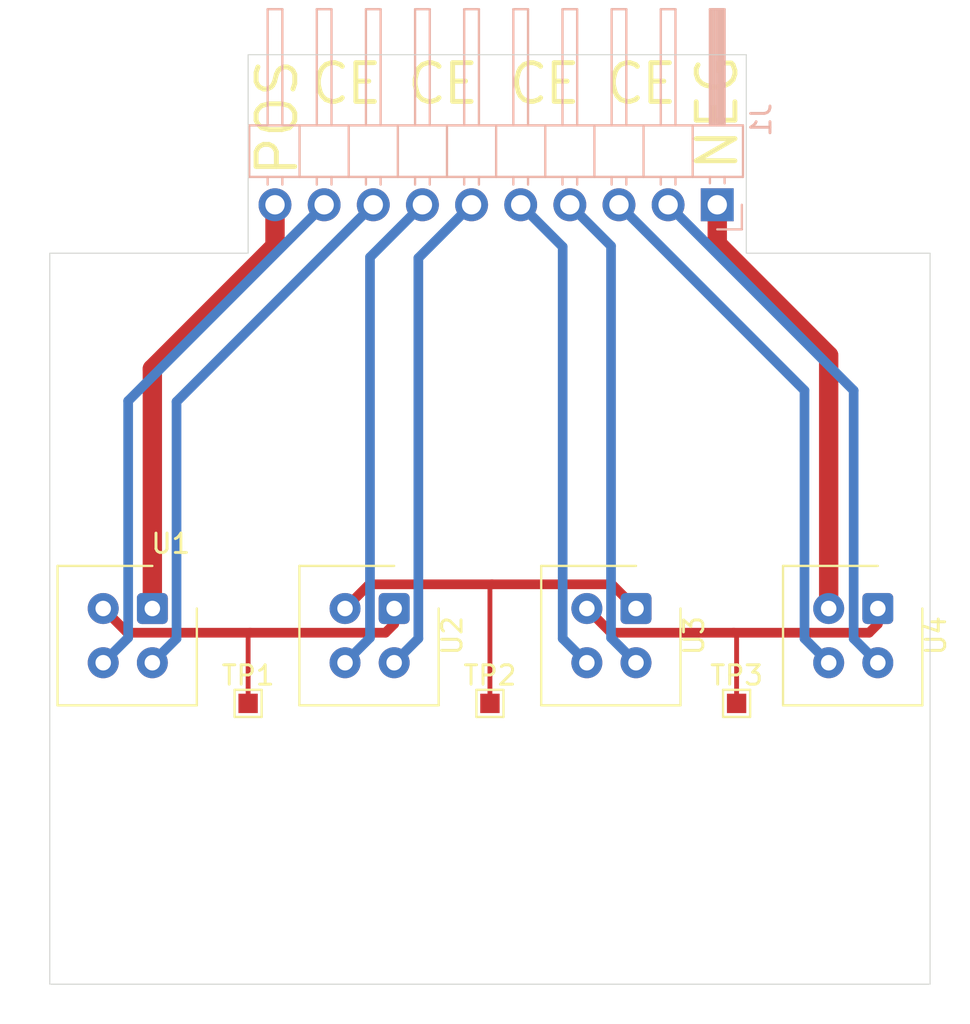
<source format=kicad_pcb>
(kicad_pcb (version 20171130) (host pcbnew "(5.1.7)-1")

  (general
    (thickness 1.6)
    (drawings 24)
    (tracks 50)
    (zones 0)
    (modules 14)
    (nets 14)
  )

  (page A4)
  (layers
    (0 F.Cu signal)
    (31 B.Cu signal)
    (32 B.Adhes user)
    (33 F.Adhes user)
    (34 B.Paste user)
    (35 F.Paste user)
    (36 B.SilkS user)
    (37 F.SilkS user)
    (38 B.Mask user)
    (39 F.Mask user)
    (40 Dwgs.User user)
    (41 Cmts.User user)
    (42 Eco1.User user)
    (43 Eco2.User user)
    (44 Edge.Cuts user)
    (45 Margin user)
    (46 B.CrtYd user)
    (47 F.CrtYd user)
    (48 B.Fab user hide)
    (49 F.Fab user hide)
  )

  (setup
    (last_trace_width 0.25)
    (user_trace_width 0.5)
    (user_trace_width 0.75)
    (user_trace_width 1)
    (trace_clearance 0.2)
    (zone_clearance 0.508)
    (zone_45_only no)
    (trace_min 0.2)
    (via_size 0.8)
    (via_drill 0.4)
    (via_min_size 0.4)
    (via_min_drill 0.3)
    (uvia_size 0.3)
    (uvia_drill 0.1)
    (uvias_allowed no)
    (uvia_min_size 0.2)
    (uvia_min_drill 0.1)
    (edge_width 0.05)
    (segment_width 0.2)
    (pcb_text_width 0.3)
    (pcb_text_size 1.5 1.5)
    (mod_edge_width 0.12)
    (mod_text_size 1 1)
    (mod_text_width 0.15)
    (pad_size 1.524 1.524)
    (pad_drill 0.762)
    (pad_to_mask_clearance 0)
    (aux_axis_origin 0 0)
    (visible_elements 7FFFFFFF)
    (pcbplotparams
      (layerselection 0x010fc_ffffffff)
      (usegerberextensions false)
      (usegerberattributes true)
      (usegerberadvancedattributes true)
      (creategerberjobfile true)
      (excludeedgelayer true)
      (linewidth 0.100000)
      (plotframeref false)
      (viasonmask false)
      (mode 1)
      (useauxorigin false)
      (hpglpennumber 1)
      (hpglpenspeed 20)
      (hpglpendiameter 15.000000)
      (psnegative false)
      (psa4output false)
      (plotreference true)
      (plotvalue true)
      (plotinvisibletext false)
      (padsonsilk false)
      (subtractmaskfromsilk false)
      (outputformat 1)
      (mirror false)
      (drillshape 1)
      (scaleselection 1)
      (outputdirectory ""))
  )

  (net 0 "")
  (net 1 /NEG)
  (net 2 /POS)
  (net 3 /E4)
  (net 4 /C4)
  (net 5 /E3)
  (net 6 /C3)
  (net 7 /E2)
  (net 8 /C2)
  (net 9 /E1)
  (net 10 /C1)
  (net 11 "Net-(TP1-Pad1)")
  (net 12 "Net-(TP2-Pad1)")
  (net 13 "Net-(TP3-Pad1)")

  (net_class Default "This is the default net class."
    (clearance 0.2)
    (trace_width 0.25)
    (via_dia 0.8)
    (via_drill 0.4)
    (uvia_dia 0.3)
    (uvia_drill 0.1)
    (add_net /C1)
    (add_net /C2)
    (add_net /C3)
    (add_net /C4)
    (add_net /E1)
    (add_net /E2)
    (add_net /E3)
    (add_net /E4)
    (add_net /NEG)
    (add_net /POS)
    (add_net "Net-(TP1-Pad1)")
    (add_net "Net-(TP2-Pad1)")
    (add_net "Net-(TP3-Pad1)")
  )

  (module TestPoint:TestPoint_Pad_1.0x1.0mm (layer F.Cu) (tedit 5A0F774F) (tstamp 603B420D)
    (at 188 123.5)
    (descr "SMD rectangular pad as test Point, square 1.0mm side length")
    (tags "test point SMD pad rectangle square")
    (path /603B8F77)
    (attr virtual)
    (fp_text reference TP3 (at 0 -1.448) (layer F.SilkS)
      (effects (font (size 1 1) (thickness 0.15)))
    )
    (fp_text value TestPoint (at 0 1.55) (layer F.Fab)
      (effects (font (size 1 1) (thickness 0.15)))
    )
    (fp_text user %R (at 0 -1.45) (layer F.Fab)
      (effects (font (size 1 1) (thickness 0.15)))
    )
    (fp_line (start -0.7 -0.7) (end 0.7 -0.7) (layer F.SilkS) (width 0.12))
    (fp_line (start 0.7 -0.7) (end 0.7 0.7) (layer F.SilkS) (width 0.12))
    (fp_line (start 0.7 0.7) (end -0.7 0.7) (layer F.SilkS) (width 0.12))
    (fp_line (start -0.7 0.7) (end -0.7 -0.7) (layer F.SilkS) (width 0.12))
    (fp_line (start -1 -1) (end 1 -1) (layer F.CrtYd) (width 0.05))
    (fp_line (start -1 -1) (end -1 1) (layer F.CrtYd) (width 0.05))
    (fp_line (start 1 1) (end 1 -1) (layer F.CrtYd) (width 0.05))
    (fp_line (start 1 1) (end -1 1) (layer F.CrtYd) (width 0.05))
    (pad 1 smd rect (at 0 0) (size 1 1) (layers F.Cu F.Mask)
      (net 13 "Net-(TP3-Pad1)"))
  )

  (module TestPoint:TestPoint_Pad_1.0x1.0mm (layer F.Cu) (tedit 5A0F774F) (tstamp 603B41FF)
    (at 175.25 123.5)
    (descr "SMD rectangular pad as test Point, square 1.0mm side length")
    (tags "test point SMD pad rectangle square")
    (path /603B8AC1)
    (attr virtual)
    (fp_text reference TP2 (at 0 -1.448) (layer F.SilkS)
      (effects (font (size 1 1) (thickness 0.15)))
    )
    (fp_text value TestPoint (at 0 1.55) (layer F.Fab)
      (effects (font (size 1 1) (thickness 0.15)))
    )
    (fp_text user %R (at 0 -1.45) (layer F.Fab)
      (effects (font (size 1 1) (thickness 0.15)))
    )
    (fp_line (start -0.7 -0.7) (end 0.7 -0.7) (layer F.SilkS) (width 0.12))
    (fp_line (start 0.7 -0.7) (end 0.7 0.7) (layer F.SilkS) (width 0.12))
    (fp_line (start 0.7 0.7) (end -0.7 0.7) (layer F.SilkS) (width 0.12))
    (fp_line (start -0.7 0.7) (end -0.7 -0.7) (layer F.SilkS) (width 0.12))
    (fp_line (start -1 -1) (end 1 -1) (layer F.CrtYd) (width 0.05))
    (fp_line (start -1 -1) (end -1 1) (layer F.CrtYd) (width 0.05))
    (fp_line (start 1 1) (end 1 -1) (layer F.CrtYd) (width 0.05))
    (fp_line (start 1 1) (end -1 1) (layer F.CrtYd) (width 0.05))
    (pad 1 smd rect (at 0 0) (size 1 1) (layers F.Cu F.Mask)
      (net 12 "Net-(TP2-Pad1)"))
  )

  (module TestPoint:TestPoint_Pad_1.0x1.0mm (layer F.Cu) (tedit 5A0F774F) (tstamp 603B41F1)
    (at 162.75 123.5)
    (descr "SMD rectangular pad as test Point, square 1.0mm side length")
    (tags "test point SMD pad rectangle square")
    (path /603B7DCD)
    (attr virtual)
    (fp_text reference TP1 (at 0 -1.448) (layer F.SilkS)
      (effects (font (size 1 1) (thickness 0.15)))
    )
    (fp_text value TestPoint (at 0 1.55) (layer F.Fab)
      (effects (font (size 1 1) (thickness 0.15)))
    )
    (fp_text user %R (at 0 -1.45) (layer F.Fab)
      (effects (font (size 1 1) (thickness 0.15)))
    )
    (fp_line (start -0.7 -0.7) (end 0.7 -0.7) (layer F.SilkS) (width 0.12))
    (fp_line (start 0.7 -0.7) (end 0.7 0.7) (layer F.SilkS) (width 0.12))
    (fp_line (start 0.7 0.7) (end -0.7 0.7) (layer F.SilkS) (width 0.12))
    (fp_line (start -0.7 0.7) (end -0.7 -0.7) (layer F.SilkS) (width 0.12))
    (fp_line (start -1 -1) (end 1 -1) (layer F.CrtYd) (width 0.05))
    (fp_line (start -1 -1) (end -1 1) (layer F.CrtYd) (width 0.05))
    (fp_line (start 1 1) (end 1 -1) (layer F.CrtYd) (width 0.05))
    (fp_line (start 1 1) (end -1 1) (layer F.CrtYd) (width 0.05))
    (pad 1 smd rect (at 0 0) (size 1 1) (layers F.Cu F.Mask)
      (net 11 "Net-(TP1-Pad1)"))
  )

  (module OptoDevice:Vishay_CNY70 (layer F.Cu) (tedit 5B8AF8E9) (tstamp 603B1EC3)
    (at 195.3 118.6 270)
    (descr "package for Vishay CNY70 refective photo coupler/interrupter")
    (tags "Vishay CNY70 refective photo coupler")
    (path /603B62E7)
    (fp_text reference U4 (at 1.4 -3 90) (layer F.SilkS)
      (effects (font (size 1 1) (thickness 0.15)))
    )
    (fp_text value CNY70 (at 1.4 5.8 90) (layer F.Fab)
      (effects (font (size 1 1) (thickness 0.15)))
    )
    (fp_line (start 5.15 5.05) (end -2.35 5.05) (layer F.CrtYd) (width 0.05))
    (fp_line (start 5.15 5.05) (end 5.15 -2.45) (layer F.CrtYd) (width 0.05))
    (fp_line (start -2.35 -2.45) (end -2.35 5.05) (layer F.CrtYd) (width 0.05))
    (fp_line (start -2.35 -2.45) (end 5.15 -2.45) (layer F.CrtYd) (width 0.05))
    (fp_line (start -1.1 -2.2) (end 4.9 -2.2) (layer F.Fab) (width 0.1))
    (fp_line (start 4.9 -2.2) (end 4.9 4.8) (layer F.Fab) (width 0.1))
    (fp_line (start 4.9 4.8) (end -2.1 4.8) (layer F.Fab) (width 0.1))
    (fp_line (start -2.1 4.8) (end -2.1 -1.2) (layer F.Fab) (width 0.1))
    (fp_line (start -2.1 -1.2) (end -1.1 -2.2) (layer F.Fab) (width 0.1))
    (fp_line (start 1.2 -2.2) (end 1.2 -1.9) (layer F.Fab) (width 0.1))
    (fp_line (start 1.2 -1.9) (end 1.6 -1.9) (layer F.Fab) (width 0.1))
    (fp_line (start 1.6 -1.9) (end 1.6 -2.2) (layer F.Fab) (width 0.1))
    (fp_line (start 1.6 4.8) (end 1.6 4.5) (layer F.Fab) (width 0.1))
    (fp_line (start 1.6 4.5) (end 1.2 4.5) (layer F.Fab) (width 0.1))
    (fp_line (start 1.2 4.5) (end 1.2 4.8) (layer F.Fab) (width 0.1))
    (fp_line (start 3.9 3.9) (end 3.9 -1.2) (layer F.Fab) (width 0.1))
    (fp_line (start 3.9 -1.2) (end -1.1 -1.2) (layer F.Fab) (width 0.1))
    (fp_line (start -1.1 -1.2) (end -1.1 3.9) (layer F.Fab) (width 0.1))
    (fp_line (start -1.1 3.9) (end 3.9 3.9) (layer F.Fab) (width 0.1))
    (fp_line (start 5 -2.3) (end 0 -2.3) (layer F.SilkS) (width 0.12))
    (fp_line (start -2.2 0) (end -2.2 4.9) (layer F.SilkS) (width 0.12))
    (fp_line (start -2.2 4.9) (end 5 4.9) (layer F.SilkS) (width 0.12))
    (fp_line (start 5 4.9) (end 5 -2.3) (layer F.SilkS) (width 0.12))
    (fp_text user %R (at 1.5 1.4 90) (layer F.Fab)
      (effects (font (size 1 1) (thickness 0.15)))
    )
    (pad 1 thru_hole roundrect (at 0 0 270) (size 1.6 1.6) (drill 0.8) (layers *.Cu *.Mask) (roundrect_rratio 0.156)
      (net 13 "Net-(TP3-Pad1)"))
    (pad 2 thru_hole circle (at 0 2.54 270) (size 1.6 1.6) (drill 0.8) (layers *.Cu *.Mask)
      (net 1 /NEG))
    (pad 3 thru_hole circle (at 2.8 2.54 270) (size 1.6 1.6) (drill 0.8) (layers *.Cu *.Mask)
      (net 4 /C4))
    (pad 4 thru_hole circle (at 2.8 0 270) (size 1.6 1.6) (drill 0.8) (layers *.Cu *.Mask)
      (net 3 /E4))
    (model ${KISYS3DMOD}/OptoDevice.3dshapes/Vishay_CNY70.wrl
      (at (xyz 0 0 0))
      (scale (xyz 1 1 1))
      (rotate (xyz 0 0 0))
    )
  )

  (module OptoDevice:Vishay_CNY70 (layer F.Cu) (tedit 5B8AF8E9) (tstamp 603B1EA3)
    (at 182.8 118.6 270)
    (descr "package for Vishay CNY70 refective photo coupler/interrupter")
    (tags "Vishay CNY70 refective photo coupler")
    (path /603B5856)
    (fp_text reference U3 (at 1.4 -3 90) (layer F.SilkS)
      (effects (font (size 1 1) (thickness 0.15)))
    )
    (fp_text value CNY70 (at 1.4 5.8 90) (layer F.Fab)
      (effects (font (size 1 1) (thickness 0.15)))
    )
    (fp_line (start 5.15 5.05) (end -2.35 5.05) (layer F.CrtYd) (width 0.05))
    (fp_line (start 5.15 5.05) (end 5.15 -2.45) (layer F.CrtYd) (width 0.05))
    (fp_line (start -2.35 -2.45) (end -2.35 5.05) (layer F.CrtYd) (width 0.05))
    (fp_line (start -2.35 -2.45) (end 5.15 -2.45) (layer F.CrtYd) (width 0.05))
    (fp_line (start -1.1 -2.2) (end 4.9 -2.2) (layer F.Fab) (width 0.1))
    (fp_line (start 4.9 -2.2) (end 4.9 4.8) (layer F.Fab) (width 0.1))
    (fp_line (start 4.9 4.8) (end -2.1 4.8) (layer F.Fab) (width 0.1))
    (fp_line (start -2.1 4.8) (end -2.1 -1.2) (layer F.Fab) (width 0.1))
    (fp_line (start -2.1 -1.2) (end -1.1 -2.2) (layer F.Fab) (width 0.1))
    (fp_line (start 1.2 -2.2) (end 1.2 -1.9) (layer F.Fab) (width 0.1))
    (fp_line (start 1.2 -1.9) (end 1.6 -1.9) (layer F.Fab) (width 0.1))
    (fp_line (start 1.6 -1.9) (end 1.6 -2.2) (layer F.Fab) (width 0.1))
    (fp_line (start 1.6 4.8) (end 1.6 4.5) (layer F.Fab) (width 0.1))
    (fp_line (start 1.6 4.5) (end 1.2 4.5) (layer F.Fab) (width 0.1))
    (fp_line (start 1.2 4.5) (end 1.2 4.8) (layer F.Fab) (width 0.1))
    (fp_line (start 3.9 3.9) (end 3.9 -1.2) (layer F.Fab) (width 0.1))
    (fp_line (start 3.9 -1.2) (end -1.1 -1.2) (layer F.Fab) (width 0.1))
    (fp_line (start -1.1 -1.2) (end -1.1 3.9) (layer F.Fab) (width 0.1))
    (fp_line (start -1.1 3.9) (end 3.9 3.9) (layer F.Fab) (width 0.1))
    (fp_line (start 5 -2.3) (end 0 -2.3) (layer F.SilkS) (width 0.12))
    (fp_line (start -2.2 0) (end -2.2 4.9) (layer F.SilkS) (width 0.12))
    (fp_line (start -2.2 4.9) (end 5 4.9) (layer F.SilkS) (width 0.12))
    (fp_line (start 5 4.9) (end 5 -2.3) (layer F.SilkS) (width 0.12))
    (fp_text user %R (at 1.5 1.4 90) (layer F.Fab)
      (effects (font (size 1 1) (thickness 0.15)))
    )
    (pad 1 thru_hole roundrect (at 0 0 270) (size 1.6 1.6) (drill 0.8) (layers *.Cu *.Mask) (roundrect_rratio 0.156)
      (net 12 "Net-(TP2-Pad1)"))
    (pad 2 thru_hole circle (at 0 2.54 270) (size 1.6 1.6) (drill 0.8) (layers *.Cu *.Mask)
      (net 13 "Net-(TP3-Pad1)"))
    (pad 3 thru_hole circle (at 2.8 2.54 270) (size 1.6 1.6) (drill 0.8) (layers *.Cu *.Mask)
      (net 6 /C3))
    (pad 4 thru_hole circle (at 2.8 0 270) (size 1.6 1.6) (drill 0.8) (layers *.Cu *.Mask)
      (net 5 /E3))
    (model ${KISYS3DMOD}/OptoDevice.3dshapes/Vishay_CNY70.wrl
      (at (xyz 0 0 0))
      (scale (xyz 1 1 1))
      (rotate (xyz 0 0 0))
    )
  )

  (module Pin_Headers:Pin_Header_Angled_1x10_Pitch2.54mm (layer B.Cu) (tedit 59650532) (tstamp 603B1E07)
    (at 187 97.75 90)
    (descr "Through hole angled pin header, 1x10, 2.54mm pitch, 6mm pin length, single row")
    (tags "Through hole angled pin header THT 1x10 2.54mm single row")
    (path /603B75E2)
    (fp_text reference J1 (at 4.385 2.27 90) (layer B.SilkS)
      (effects (font (size 1 1) (thickness 0.15)) (justify mirror))
    )
    (fp_text value Conn_01x10_Male (at 4.385 -25.13 90) (layer B.Fab)
      (effects (font (size 1 1) (thickness 0.15)) (justify mirror))
    )
    (fp_line (start 2.135 1.27) (end 4.04 1.27) (layer B.Fab) (width 0.1))
    (fp_line (start 4.04 1.27) (end 4.04 -24.13) (layer B.Fab) (width 0.1))
    (fp_line (start 4.04 -24.13) (end 1.5 -24.13) (layer B.Fab) (width 0.1))
    (fp_line (start 1.5 -24.13) (end 1.5 0.635) (layer B.Fab) (width 0.1))
    (fp_line (start 1.5 0.635) (end 2.135 1.27) (layer B.Fab) (width 0.1))
    (fp_line (start -0.32 0.32) (end 1.5 0.32) (layer B.Fab) (width 0.1))
    (fp_line (start -0.32 0.32) (end -0.32 -0.32) (layer B.Fab) (width 0.1))
    (fp_line (start -0.32 -0.32) (end 1.5 -0.32) (layer B.Fab) (width 0.1))
    (fp_line (start 4.04 0.32) (end 10.04 0.32) (layer B.Fab) (width 0.1))
    (fp_line (start 10.04 0.32) (end 10.04 -0.32) (layer B.Fab) (width 0.1))
    (fp_line (start 4.04 -0.32) (end 10.04 -0.32) (layer B.Fab) (width 0.1))
    (fp_line (start -0.32 -2.22) (end 1.5 -2.22) (layer B.Fab) (width 0.1))
    (fp_line (start -0.32 -2.22) (end -0.32 -2.86) (layer B.Fab) (width 0.1))
    (fp_line (start -0.32 -2.86) (end 1.5 -2.86) (layer B.Fab) (width 0.1))
    (fp_line (start 4.04 -2.22) (end 10.04 -2.22) (layer B.Fab) (width 0.1))
    (fp_line (start 10.04 -2.22) (end 10.04 -2.86) (layer B.Fab) (width 0.1))
    (fp_line (start 4.04 -2.86) (end 10.04 -2.86) (layer B.Fab) (width 0.1))
    (fp_line (start -0.32 -4.76) (end 1.5 -4.76) (layer B.Fab) (width 0.1))
    (fp_line (start -0.32 -4.76) (end -0.32 -5.4) (layer B.Fab) (width 0.1))
    (fp_line (start -0.32 -5.4) (end 1.5 -5.4) (layer B.Fab) (width 0.1))
    (fp_line (start 4.04 -4.76) (end 10.04 -4.76) (layer B.Fab) (width 0.1))
    (fp_line (start 10.04 -4.76) (end 10.04 -5.4) (layer B.Fab) (width 0.1))
    (fp_line (start 4.04 -5.4) (end 10.04 -5.4) (layer B.Fab) (width 0.1))
    (fp_line (start -0.32 -7.3) (end 1.5 -7.3) (layer B.Fab) (width 0.1))
    (fp_line (start -0.32 -7.3) (end -0.32 -7.94) (layer B.Fab) (width 0.1))
    (fp_line (start -0.32 -7.94) (end 1.5 -7.94) (layer B.Fab) (width 0.1))
    (fp_line (start 4.04 -7.3) (end 10.04 -7.3) (layer B.Fab) (width 0.1))
    (fp_line (start 10.04 -7.3) (end 10.04 -7.94) (layer B.Fab) (width 0.1))
    (fp_line (start 4.04 -7.94) (end 10.04 -7.94) (layer B.Fab) (width 0.1))
    (fp_line (start -0.32 -9.84) (end 1.5 -9.84) (layer B.Fab) (width 0.1))
    (fp_line (start -0.32 -9.84) (end -0.32 -10.48) (layer B.Fab) (width 0.1))
    (fp_line (start -0.32 -10.48) (end 1.5 -10.48) (layer B.Fab) (width 0.1))
    (fp_line (start 4.04 -9.84) (end 10.04 -9.84) (layer B.Fab) (width 0.1))
    (fp_line (start 10.04 -9.84) (end 10.04 -10.48) (layer B.Fab) (width 0.1))
    (fp_line (start 4.04 -10.48) (end 10.04 -10.48) (layer B.Fab) (width 0.1))
    (fp_line (start -0.32 -12.38) (end 1.5 -12.38) (layer B.Fab) (width 0.1))
    (fp_line (start -0.32 -12.38) (end -0.32 -13.02) (layer B.Fab) (width 0.1))
    (fp_line (start -0.32 -13.02) (end 1.5 -13.02) (layer B.Fab) (width 0.1))
    (fp_line (start 4.04 -12.38) (end 10.04 -12.38) (layer B.Fab) (width 0.1))
    (fp_line (start 10.04 -12.38) (end 10.04 -13.02) (layer B.Fab) (width 0.1))
    (fp_line (start 4.04 -13.02) (end 10.04 -13.02) (layer B.Fab) (width 0.1))
    (fp_line (start -0.32 -14.92) (end 1.5 -14.92) (layer B.Fab) (width 0.1))
    (fp_line (start -0.32 -14.92) (end -0.32 -15.56) (layer B.Fab) (width 0.1))
    (fp_line (start -0.32 -15.56) (end 1.5 -15.56) (layer B.Fab) (width 0.1))
    (fp_line (start 4.04 -14.92) (end 10.04 -14.92) (layer B.Fab) (width 0.1))
    (fp_line (start 10.04 -14.92) (end 10.04 -15.56) (layer B.Fab) (width 0.1))
    (fp_line (start 4.04 -15.56) (end 10.04 -15.56) (layer B.Fab) (width 0.1))
    (fp_line (start -0.32 -17.46) (end 1.5 -17.46) (layer B.Fab) (width 0.1))
    (fp_line (start -0.32 -17.46) (end -0.32 -18.1) (layer B.Fab) (width 0.1))
    (fp_line (start -0.32 -18.1) (end 1.5 -18.1) (layer B.Fab) (width 0.1))
    (fp_line (start 4.04 -17.46) (end 10.04 -17.46) (layer B.Fab) (width 0.1))
    (fp_line (start 10.04 -17.46) (end 10.04 -18.1) (layer B.Fab) (width 0.1))
    (fp_line (start 4.04 -18.1) (end 10.04 -18.1) (layer B.Fab) (width 0.1))
    (fp_line (start -0.32 -20) (end 1.5 -20) (layer B.Fab) (width 0.1))
    (fp_line (start -0.32 -20) (end -0.32 -20.64) (layer B.Fab) (width 0.1))
    (fp_line (start -0.32 -20.64) (end 1.5 -20.64) (layer B.Fab) (width 0.1))
    (fp_line (start 4.04 -20) (end 10.04 -20) (layer B.Fab) (width 0.1))
    (fp_line (start 10.04 -20) (end 10.04 -20.64) (layer B.Fab) (width 0.1))
    (fp_line (start 4.04 -20.64) (end 10.04 -20.64) (layer B.Fab) (width 0.1))
    (fp_line (start -0.32 -22.54) (end 1.5 -22.54) (layer B.Fab) (width 0.1))
    (fp_line (start -0.32 -22.54) (end -0.32 -23.18) (layer B.Fab) (width 0.1))
    (fp_line (start -0.32 -23.18) (end 1.5 -23.18) (layer B.Fab) (width 0.1))
    (fp_line (start 4.04 -22.54) (end 10.04 -22.54) (layer B.Fab) (width 0.1))
    (fp_line (start 10.04 -22.54) (end 10.04 -23.18) (layer B.Fab) (width 0.1))
    (fp_line (start 4.04 -23.18) (end 10.04 -23.18) (layer B.Fab) (width 0.1))
    (fp_line (start 1.44 1.33) (end 1.44 -24.19) (layer B.SilkS) (width 0.12))
    (fp_line (start 1.44 -24.19) (end 4.1 -24.19) (layer B.SilkS) (width 0.12))
    (fp_line (start 4.1 -24.19) (end 4.1 1.33) (layer B.SilkS) (width 0.12))
    (fp_line (start 4.1 1.33) (end 1.44 1.33) (layer B.SilkS) (width 0.12))
    (fp_line (start 4.1 0.38) (end 10.1 0.38) (layer B.SilkS) (width 0.12))
    (fp_line (start 10.1 0.38) (end 10.1 -0.38) (layer B.SilkS) (width 0.12))
    (fp_line (start 10.1 -0.38) (end 4.1 -0.38) (layer B.SilkS) (width 0.12))
    (fp_line (start 4.1 0.32) (end 10.1 0.32) (layer B.SilkS) (width 0.12))
    (fp_line (start 4.1 0.2) (end 10.1 0.2) (layer B.SilkS) (width 0.12))
    (fp_line (start 4.1 0.08) (end 10.1 0.08) (layer B.SilkS) (width 0.12))
    (fp_line (start 4.1 -0.04) (end 10.1 -0.04) (layer B.SilkS) (width 0.12))
    (fp_line (start 4.1 -0.16) (end 10.1 -0.16) (layer B.SilkS) (width 0.12))
    (fp_line (start 4.1 -0.28) (end 10.1 -0.28) (layer B.SilkS) (width 0.12))
    (fp_line (start 1.11 0.38) (end 1.44 0.38) (layer B.SilkS) (width 0.12))
    (fp_line (start 1.11 -0.38) (end 1.44 -0.38) (layer B.SilkS) (width 0.12))
    (fp_line (start 1.44 -1.27) (end 4.1 -1.27) (layer B.SilkS) (width 0.12))
    (fp_line (start 4.1 -2.16) (end 10.1 -2.16) (layer B.SilkS) (width 0.12))
    (fp_line (start 10.1 -2.16) (end 10.1 -2.92) (layer B.SilkS) (width 0.12))
    (fp_line (start 10.1 -2.92) (end 4.1 -2.92) (layer B.SilkS) (width 0.12))
    (fp_line (start 1.042929 -2.16) (end 1.44 -2.16) (layer B.SilkS) (width 0.12))
    (fp_line (start 1.042929 -2.92) (end 1.44 -2.92) (layer B.SilkS) (width 0.12))
    (fp_line (start 1.44 -3.81) (end 4.1 -3.81) (layer B.SilkS) (width 0.12))
    (fp_line (start 4.1 -4.7) (end 10.1 -4.7) (layer B.SilkS) (width 0.12))
    (fp_line (start 10.1 -4.7) (end 10.1 -5.46) (layer B.SilkS) (width 0.12))
    (fp_line (start 10.1 -5.46) (end 4.1 -5.46) (layer B.SilkS) (width 0.12))
    (fp_line (start 1.042929 -4.7) (end 1.44 -4.7) (layer B.SilkS) (width 0.12))
    (fp_line (start 1.042929 -5.46) (end 1.44 -5.46) (layer B.SilkS) (width 0.12))
    (fp_line (start 1.44 -6.35) (end 4.1 -6.35) (layer B.SilkS) (width 0.12))
    (fp_line (start 4.1 -7.24) (end 10.1 -7.24) (layer B.SilkS) (width 0.12))
    (fp_line (start 10.1 -7.24) (end 10.1 -8) (layer B.SilkS) (width 0.12))
    (fp_line (start 10.1 -8) (end 4.1 -8) (layer B.SilkS) (width 0.12))
    (fp_line (start 1.042929 -7.24) (end 1.44 -7.24) (layer B.SilkS) (width 0.12))
    (fp_line (start 1.042929 -8) (end 1.44 -8) (layer B.SilkS) (width 0.12))
    (fp_line (start 1.44 -8.89) (end 4.1 -8.89) (layer B.SilkS) (width 0.12))
    (fp_line (start 4.1 -9.78) (end 10.1 -9.78) (layer B.SilkS) (width 0.12))
    (fp_line (start 10.1 -9.78) (end 10.1 -10.54) (layer B.SilkS) (width 0.12))
    (fp_line (start 10.1 -10.54) (end 4.1 -10.54) (layer B.SilkS) (width 0.12))
    (fp_line (start 1.042929 -9.78) (end 1.44 -9.78) (layer B.SilkS) (width 0.12))
    (fp_line (start 1.042929 -10.54) (end 1.44 -10.54) (layer B.SilkS) (width 0.12))
    (fp_line (start 1.44 -11.43) (end 4.1 -11.43) (layer B.SilkS) (width 0.12))
    (fp_line (start 4.1 -12.32) (end 10.1 -12.32) (layer B.SilkS) (width 0.12))
    (fp_line (start 10.1 -12.32) (end 10.1 -13.08) (layer B.SilkS) (width 0.12))
    (fp_line (start 10.1 -13.08) (end 4.1 -13.08) (layer B.SilkS) (width 0.12))
    (fp_line (start 1.042929 -12.32) (end 1.44 -12.32) (layer B.SilkS) (width 0.12))
    (fp_line (start 1.042929 -13.08) (end 1.44 -13.08) (layer B.SilkS) (width 0.12))
    (fp_line (start 1.44 -13.97) (end 4.1 -13.97) (layer B.SilkS) (width 0.12))
    (fp_line (start 4.1 -14.86) (end 10.1 -14.86) (layer B.SilkS) (width 0.12))
    (fp_line (start 10.1 -14.86) (end 10.1 -15.62) (layer B.SilkS) (width 0.12))
    (fp_line (start 10.1 -15.62) (end 4.1 -15.62) (layer B.SilkS) (width 0.12))
    (fp_line (start 1.042929 -14.86) (end 1.44 -14.86) (layer B.SilkS) (width 0.12))
    (fp_line (start 1.042929 -15.62) (end 1.44 -15.62) (layer B.SilkS) (width 0.12))
    (fp_line (start 1.44 -16.51) (end 4.1 -16.51) (layer B.SilkS) (width 0.12))
    (fp_line (start 4.1 -17.4) (end 10.1 -17.4) (layer B.SilkS) (width 0.12))
    (fp_line (start 10.1 -17.4) (end 10.1 -18.16) (layer B.SilkS) (width 0.12))
    (fp_line (start 10.1 -18.16) (end 4.1 -18.16) (layer B.SilkS) (width 0.12))
    (fp_line (start 1.042929 -17.4) (end 1.44 -17.4) (layer B.SilkS) (width 0.12))
    (fp_line (start 1.042929 -18.16) (end 1.44 -18.16) (layer B.SilkS) (width 0.12))
    (fp_line (start 1.44 -19.05) (end 4.1 -19.05) (layer B.SilkS) (width 0.12))
    (fp_line (start 4.1 -19.94) (end 10.1 -19.94) (layer B.SilkS) (width 0.12))
    (fp_line (start 10.1 -19.94) (end 10.1 -20.7) (layer B.SilkS) (width 0.12))
    (fp_line (start 10.1 -20.7) (end 4.1 -20.7) (layer B.SilkS) (width 0.12))
    (fp_line (start 1.042929 -19.94) (end 1.44 -19.94) (layer B.SilkS) (width 0.12))
    (fp_line (start 1.042929 -20.7) (end 1.44 -20.7) (layer B.SilkS) (width 0.12))
    (fp_line (start 1.44 -21.59) (end 4.1 -21.59) (layer B.SilkS) (width 0.12))
    (fp_line (start 4.1 -22.48) (end 10.1 -22.48) (layer B.SilkS) (width 0.12))
    (fp_line (start 10.1 -22.48) (end 10.1 -23.24) (layer B.SilkS) (width 0.12))
    (fp_line (start 10.1 -23.24) (end 4.1 -23.24) (layer B.SilkS) (width 0.12))
    (fp_line (start 1.042929 -22.48) (end 1.44 -22.48) (layer B.SilkS) (width 0.12))
    (fp_line (start 1.042929 -23.24) (end 1.44 -23.24) (layer B.SilkS) (width 0.12))
    (fp_line (start -1.27 0) (end -1.27 1.27) (layer B.SilkS) (width 0.12))
    (fp_line (start -1.27 1.27) (end 0 1.27) (layer B.SilkS) (width 0.12))
    (fp_line (start -1.8 1.8) (end -1.8 -24.65) (layer B.CrtYd) (width 0.05))
    (fp_line (start -1.8 -24.65) (end 10.55 -24.65) (layer B.CrtYd) (width 0.05))
    (fp_line (start 10.55 -24.65) (end 10.55 1.8) (layer B.CrtYd) (width 0.05))
    (fp_line (start 10.55 1.8) (end -1.8 1.8) (layer B.CrtYd) (width 0.05))
    (fp_text user %R (at 2.77 -11.43 180) (layer B.Fab)
      (effects (font (size 1 1) (thickness 0.15)) (justify mirror))
    )
    (pad 1 thru_hole rect (at 0 0 90) (size 1.7 1.7) (drill 1) (layers *.Cu *.Mask)
      (net 1 /NEG))
    (pad 2 thru_hole oval (at 0 -2.54 90) (size 1.7 1.7) (drill 1) (layers *.Cu *.Mask)
      (net 3 /E4))
    (pad 3 thru_hole oval (at 0 -5.08 90) (size 1.7 1.7) (drill 1) (layers *.Cu *.Mask)
      (net 4 /C4))
    (pad 4 thru_hole oval (at 0 -7.62 90) (size 1.7 1.7) (drill 1) (layers *.Cu *.Mask)
      (net 5 /E3))
    (pad 5 thru_hole oval (at 0 -10.16 90) (size 1.7 1.7) (drill 1) (layers *.Cu *.Mask)
      (net 6 /C3))
    (pad 6 thru_hole oval (at 0 -12.7 90) (size 1.7 1.7) (drill 1) (layers *.Cu *.Mask)
      (net 7 /E2))
    (pad 7 thru_hole oval (at 0 -15.24 90) (size 1.7 1.7) (drill 1) (layers *.Cu *.Mask)
      (net 8 /C2))
    (pad 8 thru_hole oval (at 0 -17.78 90) (size 1.7 1.7) (drill 1) (layers *.Cu *.Mask)
      (net 9 /E1))
    (pad 9 thru_hole oval (at 0 -20.32 90) (size 1.7 1.7) (drill 1) (layers *.Cu *.Mask)
      (net 10 /C1))
    (pad 10 thru_hole oval (at 0 -22.86 90) (size 1.7 1.7) (drill 1) (layers *.Cu *.Mask)
      (net 2 /POS))
    (model ${KISYS3DMOD}/Pin_Headers.3dshapes/Pin_Header_Angled_1x10_Pitch2.54mm.wrl
      (at (xyz 0 0 0))
      (scale (xyz 1 1 1))
      (rotate (xyz 0 0 0))
    )
  )

  (module Mounting_Holes:MountingHole_3.2mm_M3 (layer F.Cu) (tedit 56D1B4CB) (tstamp 603B1E04)
    (at 187.75 109.925)
    (descr "Mounting Hole 3.2mm, no annular, M3")
    (tags "mounting hole 3.2mm no annular m3")
    (path /603C25AA)
    (attr virtual)
    (fp_text reference H6 (at 0 -4.2) (layer F.SilkS) hide
      (effects (font (size 1 1) (thickness 0.15)))
    )
    (fp_text value MountingHole (at 0 4.2) (layer F.Fab)
      (effects (font (size 1 1) (thickness 0.15)))
    )
    (fp_circle (center 0 0) (end 3.2 0) (layer Cmts.User) (width 0.15))
    (fp_circle (center 0 0) (end 3.45 0) (layer F.CrtYd) (width 0.05))
    (fp_text user %R (at 0.3 0) (layer F.Fab)
      (effects (font (size 1 1) (thickness 0.15)))
    )
    (pad 1 np_thru_hole circle (at 0 0) (size 3.2 3.2) (drill 3.2) (layers *.Cu *.Mask))
  )

  (module Mounting_Holes:MountingHole_3.2mm_M3 (layer F.Cu) (tedit 56D1B4CB) (tstamp 603B1E01)
    (at 187.75 130.075)
    (descr "Mounting Hole 3.2mm, no annular, M3")
    (tags "mounting hole 3.2mm no annular m3")
    (path /603C1143)
    (attr virtual)
    (fp_text reference H5 (at 0 -4.2) (layer F.SilkS) hide
      (effects (font (size 1 1) (thickness 0.15)))
    )
    (fp_text value MountingHole (at 0 4.2) (layer F.Fab)
      (effects (font (size 1 1) (thickness 0.15)))
    )
    (fp_circle (center 0 0) (end 3.2 0) (layer Cmts.User) (width 0.15))
    (fp_circle (center 0 0) (end 3.45 0) (layer F.CrtYd) (width 0.05))
    (fp_text user %R (at 0.3 0) (layer F.Fab)
      (effects (font (size 1 1) (thickness 0.15)))
    )
    (pad 1 np_thru_hole circle (at 0 0) (size 3.2 3.2) (drill 3.2) (layers *.Cu *.Mask))
  )

  (module Mounting_Holes:MountingHole_3.2mm_M3 (layer F.Cu) (tedit 56D1B4CB) (tstamp 603B1DFE)
    (at 175.25 109.925)
    (descr "Mounting Hole 3.2mm, no annular, M3")
    (tags "mounting hole 3.2mm no annular m3")
    (path /603C25A4)
    (attr virtual)
    (fp_text reference H4 (at 0 -4.2) (layer F.SilkS) hide
      (effects (font (size 1 1) (thickness 0.15)))
    )
    (fp_text value MountingHole (at 0 4.2) (layer F.Fab)
      (effects (font (size 1 1) (thickness 0.15)))
    )
    (fp_circle (center 0 0) (end 3.2 0) (layer Cmts.User) (width 0.15))
    (fp_circle (center 0 0) (end 3.45 0) (layer F.CrtYd) (width 0.05))
    (fp_text user %R (at 0.3 0) (layer F.Fab)
      (effects (font (size 1 1) (thickness 0.15)))
    )
    (pad 1 np_thru_hole circle (at 0 0) (size 3.2 3.2) (drill 3.2) (layers *.Cu *.Mask))
  )

  (module Mounting_Holes:MountingHole_3.2mm_M3 (layer F.Cu) (tedit 56D1B4CB) (tstamp 603B1DFB)
    (at 175.25 130.075)
    (descr "Mounting Hole 3.2mm, no annular, M3")
    (tags "mounting hole 3.2mm no annular m3")
    (path /603C113D)
    (attr virtual)
    (fp_text reference H3 (at 0 -4.2) (layer F.SilkS) hide
      (effects (font (size 1 1) (thickness 0.15)))
    )
    (fp_text value MountingHole (at 0 4.2) (layer F.Fab)
      (effects (font (size 1 1) (thickness 0.15)))
    )
    (fp_circle (center 0 0) (end 3.2 0) (layer Cmts.User) (width 0.15))
    (fp_circle (center 0 0) (end 3.45 0) (layer F.CrtYd) (width 0.05))
    (fp_text user %R (at 0.3 0) (layer F.Fab)
      (effects (font (size 1 1) (thickness 0.15)))
    )
    (pad 1 np_thru_hole circle (at 0 0) (size 3.2 3.2) (drill 3.2) (layers *.Cu *.Mask))
  )

  (module OptoDevice:Vishay_CNY70 (layer F.Cu) (tedit 5B8AF8E9) (tstamp 603B147B)
    (at 170.3 118.6 270)
    (descr "package for Vishay CNY70 refective photo coupler/interrupter")
    (tags "Vishay CNY70 refective photo coupler")
    (path /603B6433)
    (fp_text reference U2 (at 1.4 -3 90) (layer F.SilkS)
      (effects (font (size 1 1) (thickness 0.15)))
    )
    (fp_text value CNY70 (at 1.4 5.8 90) (layer F.Fab)
      (effects (font (size 1 1) (thickness 0.15)))
    )
    (fp_line (start 5 4.9) (end 5 -2.3) (layer F.SilkS) (width 0.12))
    (fp_line (start -2.2 4.9) (end 5 4.9) (layer F.SilkS) (width 0.12))
    (fp_line (start -2.2 0) (end -2.2 4.9) (layer F.SilkS) (width 0.12))
    (fp_line (start 5 -2.3) (end 0 -2.3) (layer F.SilkS) (width 0.12))
    (fp_line (start -1.1 3.9) (end 3.9 3.9) (layer F.Fab) (width 0.1))
    (fp_line (start -1.1 -1.2) (end -1.1 3.9) (layer F.Fab) (width 0.1))
    (fp_line (start 3.9 -1.2) (end -1.1 -1.2) (layer F.Fab) (width 0.1))
    (fp_line (start 3.9 3.9) (end 3.9 -1.2) (layer F.Fab) (width 0.1))
    (fp_line (start 1.2 4.5) (end 1.2 4.8) (layer F.Fab) (width 0.1))
    (fp_line (start 1.6 4.5) (end 1.2 4.5) (layer F.Fab) (width 0.1))
    (fp_line (start 1.6 4.8) (end 1.6 4.5) (layer F.Fab) (width 0.1))
    (fp_line (start 1.6 -1.9) (end 1.6 -2.2) (layer F.Fab) (width 0.1))
    (fp_line (start 1.2 -1.9) (end 1.6 -1.9) (layer F.Fab) (width 0.1))
    (fp_line (start 1.2 -2.2) (end 1.2 -1.9) (layer F.Fab) (width 0.1))
    (fp_line (start -2.1 -1.2) (end -1.1 -2.2) (layer F.Fab) (width 0.1))
    (fp_line (start -2.1 4.8) (end -2.1 -1.2) (layer F.Fab) (width 0.1))
    (fp_line (start 4.9 4.8) (end -2.1 4.8) (layer F.Fab) (width 0.1))
    (fp_line (start 4.9 -2.2) (end 4.9 4.8) (layer F.Fab) (width 0.1))
    (fp_line (start -1.1 -2.2) (end 4.9 -2.2) (layer F.Fab) (width 0.1))
    (fp_line (start -2.35 -2.45) (end 5.15 -2.45) (layer F.CrtYd) (width 0.05))
    (fp_line (start -2.35 -2.45) (end -2.35 5.05) (layer F.CrtYd) (width 0.05))
    (fp_line (start 5.15 5.05) (end 5.15 -2.45) (layer F.CrtYd) (width 0.05))
    (fp_line (start 5.15 5.05) (end -2.35 5.05) (layer F.CrtYd) (width 0.05))
    (fp_text user %R (at 1.5 1.4 90) (layer F.Fab)
      (effects (font (size 1 1) (thickness 0.15)))
    )
    (pad 1 thru_hole roundrect (at 0 0 270) (size 1.6 1.6) (drill 0.8) (layers *.Cu *.Mask) (roundrect_rratio 0.156)
      (net 11 "Net-(TP1-Pad1)"))
    (pad 2 thru_hole circle (at 0 2.54 270) (size 1.6 1.6) (drill 0.8) (layers *.Cu *.Mask)
      (net 12 "Net-(TP2-Pad1)"))
    (pad 3 thru_hole circle (at 2.8 2.54 270) (size 1.6 1.6) (drill 0.8) (layers *.Cu *.Mask)
      (net 8 /C2))
    (pad 4 thru_hole circle (at 2.8 0 270) (size 1.6 1.6) (drill 0.8) (layers *.Cu *.Mask)
      (net 7 /E2))
    (model ${KISYS3DMOD}/OptoDevice.3dshapes/Vishay_CNY70.wrl
      (at (xyz 0 0 0))
      (scale (xyz 1 1 1))
      (rotate (xyz 0 0 0))
    )
  )

  (module OptoDevice:Vishay_CNY70 (layer F.Cu) (tedit 5B8AF8E9) (tstamp 603B0AEE)
    (at 157.8 118.6 270)
    (descr "package for Vishay CNY70 refective photo coupler/interrupter")
    (tags "Vishay CNY70 refective photo coupler")
    (path /603B0913)
    (fp_text reference U1 (at -3.35 -0.95 180) (layer F.SilkS)
      (effects (font (size 1 1) (thickness 0.15)))
    )
    (fp_text value CNY70 (at 1.4 5.8 90) (layer F.Fab)
      (effects (font (size 1 1) (thickness 0.15)))
    )
    (fp_line (start 5.15 5.05) (end -2.35 5.05) (layer F.CrtYd) (width 0.05))
    (fp_line (start 5.15 5.05) (end 5.15 -2.45) (layer F.CrtYd) (width 0.05))
    (fp_line (start -2.35 -2.45) (end -2.35 5.05) (layer F.CrtYd) (width 0.05))
    (fp_line (start -2.35 -2.45) (end 5.15 -2.45) (layer F.CrtYd) (width 0.05))
    (fp_line (start -1.1 -2.2) (end 4.9 -2.2) (layer F.Fab) (width 0.1))
    (fp_line (start 4.9 -2.2) (end 4.9 4.8) (layer F.Fab) (width 0.1))
    (fp_line (start 4.9 4.8) (end -2.1 4.8) (layer F.Fab) (width 0.1))
    (fp_line (start -2.1 4.8) (end -2.1 -1.2) (layer F.Fab) (width 0.1))
    (fp_line (start -2.1 -1.2) (end -1.1 -2.2) (layer F.Fab) (width 0.1))
    (fp_line (start 1.2 -2.2) (end 1.2 -1.9) (layer F.Fab) (width 0.1))
    (fp_line (start 1.2 -1.9) (end 1.6 -1.9) (layer F.Fab) (width 0.1))
    (fp_line (start 1.6 -1.9) (end 1.6 -2.2) (layer F.Fab) (width 0.1))
    (fp_line (start 1.6 4.8) (end 1.6 4.5) (layer F.Fab) (width 0.1))
    (fp_line (start 1.6 4.5) (end 1.2 4.5) (layer F.Fab) (width 0.1))
    (fp_line (start 1.2 4.5) (end 1.2 4.8) (layer F.Fab) (width 0.1))
    (fp_line (start 3.9 3.9) (end 3.9 -1.2) (layer F.Fab) (width 0.1))
    (fp_line (start 3.9 -1.2) (end -1.1 -1.2) (layer F.Fab) (width 0.1))
    (fp_line (start -1.1 -1.2) (end -1.1 3.9) (layer F.Fab) (width 0.1))
    (fp_line (start -1.1 3.9) (end 3.9 3.9) (layer F.Fab) (width 0.1))
    (fp_line (start 5 -2.3) (end 0 -2.3) (layer F.SilkS) (width 0.12))
    (fp_line (start -2.2 0) (end -2.2 4.9) (layer F.SilkS) (width 0.12))
    (fp_line (start -2.2 4.9) (end 5 4.9) (layer F.SilkS) (width 0.12))
    (fp_line (start 5 4.9) (end 5 -2.3) (layer F.SilkS) (width 0.12))
    (fp_text user %R (at 1.5 1.4 90) (layer F.Fab)
      (effects (font (size 1 1) (thickness 0.15)))
    )
    (pad 1 thru_hole roundrect (at 0 0 270) (size 1.6 1.6) (drill 0.8) (layers *.Cu *.Mask) (roundrect_rratio 0.156)
      (net 2 /POS))
    (pad 2 thru_hole circle (at 0 2.54 270) (size 1.6 1.6) (drill 0.8) (layers *.Cu *.Mask)
      (net 11 "Net-(TP1-Pad1)"))
    (pad 3 thru_hole circle (at 2.8 2.54 270) (size 1.6 1.6) (drill 0.8) (layers *.Cu *.Mask)
      (net 10 /C1))
    (pad 4 thru_hole circle (at 2.8 0 270) (size 1.6 1.6) (drill 0.8) (layers *.Cu *.Mask)
      (net 9 /E1))
    (model ${KISYS3DMOD}/OptoDevice.3dshapes/Vishay_CNY70.wrl
      (at (xyz 0 0 0))
      (scale (xyz 1 1 1))
      (rotate (xyz 0 0 0))
    )
  )

  (module Mounting_Holes:MountingHole_3.2mm_M3 (layer F.Cu) (tedit 56D1B4CB) (tstamp 603B06D1)
    (at 162.75 109.925)
    (descr "Mounting Hole 3.2mm, no annular, M3")
    (tags "mounting hole 3.2mm no annular m3")
    (path /603B685B)
    (attr virtual)
    (fp_text reference H2 (at 2.75 -3.675) (layer F.SilkS) hide
      (effects (font (size 1 1) (thickness 0.15)))
    )
    (fp_text value MountingHole (at 0 4.2) (layer F.Fab)
      (effects (font (size 1 1) (thickness 0.15)))
    )
    (fp_circle (center 0 0) (end 3.2 0) (layer Cmts.User) (width 0.15))
    (fp_circle (center 0 0) (end 3.45 0) (layer F.CrtYd) (width 0.05))
    (fp_text user %R (at 0.3 0) (layer F.Fab)
      (effects (font (size 1 1) (thickness 0.15)))
    )
    (pad 1 np_thru_hole circle (at 0 0) (size 3.2 3.2) (drill 3.2) (layers *.Cu *.Mask))
  )

  (module Mounting_Holes:MountingHole_3.2mm_M3 (layer F.Cu) (tedit 56D1B4CB) (tstamp 603B06CE)
    (at 162.75 130.075)
    (descr "Mounting Hole 3.2mm, no annular, M3")
    (tags "mounting hole 3.2mm no annular m3")
    (path /603B60F7)
    (attr virtual)
    (fp_text reference H1 (at 0 -4.2) (layer F.SilkS) hide
      (effects (font (size 1 1) (thickness 0.15)))
    )
    (fp_text value MountingHole (at 0 4.2) (layer F.Fab)
      (effects (font (size 1 1) (thickness 0.15)))
    )
    (fp_circle (center 0 0) (end 3.2 0) (layer Cmts.User) (width 0.15))
    (fp_circle (center 0 0) (end 3.45 0) (layer F.CrtYd) (width 0.05))
    (fp_text user %R (at 0.3 0) (layer F.Fab)
      (effects (font (size 1 1) (thickness 0.15)))
    )
    (pad 1 np_thru_hole circle (at 0 0) (size 3.2 3.2) (drill 3.2) (layers *.Cu *.Mask))
  )

  (gr_text E (at 168.75 91.5) (layer F.SilkS) (tstamp 603B34DD)
    (effects (font (size 2 2) (thickness 0.25)))
  )
  (gr_text E (at 173.75 91.5) (layer F.SilkS) (tstamp 603B34DB)
    (effects (font (size 2 2) (thickness 0.25)))
  )
  (gr_text E (at 179 91.5) (layer F.SilkS) (tstamp 603B34D9)
    (effects (font (size 2 2) (thickness 0.25)))
  )
  (gr_text E (at 184 91.5) (layer F.SilkS) (tstamp 603B34D6)
    (effects (font (size 2 2) (thickness 0.25)))
  )
  (gr_text C (at 182.25 91.5) (layer F.SilkS) (tstamp 603B34D4)
    (effects (font (size 2 2) (thickness 0.25)))
  )
  (gr_text C (at 177.25 91.5) (layer F.SilkS) (tstamp 603B34D2)
    (effects (font (size 2 2) (thickness 0.25)))
  )
  (gr_text C (at 172 91.5) (layer F.SilkS) (tstamp 603B34D0)
    (effects (font (size 2 2) (thickness 0.25)))
  )
  (gr_text C (at 167 91.5) (layer F.SilkS) (tstamp 603B3392)
    (effects (font (size 2 2) (thickness 0.25)))
  )
  (gr_text POS (at 164.25 93.25 90) (layer F.SilkS) (tstamp 603B32F4)
    (effects (font (size 2 2) (thickness 0.25)))
  )
  (gr_text NEG (at 187 93 90) (layer F.SilkS) (tstamp 603B31BA)
    (effects (font (size 2 2) (thickness 0.25)))
  )
  (gr_line (start 162.75 100.25) (end 152.5 100.25) (layer Edge.Cuts) (width 0.05) (tstamp 603B28F9))
  (gr_line (start 162.75 90) (end 162.75 100.25) (layer Edge.Cuts) (width 0.05))
  (gr_line (start 188.5 100.25) (end 188.5 90) (layer Edge.Cuts) (width 0.05) (tstamp 603B28F2))
  (gr_line (start 198 100.25) (end 188.5 100.25) (layer Edge.Cuts) (width 0.05))
  (gr_line (start 152.5 100.25) (end 152.5 138) (layer Edge.Cuts) (width 0.05) (tstamp 603B07E2))
  (gr_line (start 188.5 90) (end 162.75 90) (layer Edge.Cuts) (width 0.05))
  (gr_line (start 198 138) (end 198 100.25) (layer Edge.Cuts) (width 0.05))
  (gr_line (start 152.5 138) (end 198 138) (layer Edge.Cuts) (width 0.05))
  (gr_line (start 150 113.1) (end 200 113.1) (layer Cmts.User) (width 0.15) (tstamp 603B07DB))
  (gr_line (start 150 126.9) (end 200 126.9) (layer Cmts.User) (width 0.15) (tstamp 603B07DB))
  (gr_line (start 150 133.25) (end 200 133.25) (layer Cmts.User) (width 0.15) (tstamp 603B07D1))
  (gr_line (start 150 106.75) (end 200 106.75) (layer Cmts.User) (width 0.15))
  (gr_line (start 150 140) (end 200 140) (layer Cmts.User) (width 0.15))
  (gr_line (start 150 100) (end 200 100) (layer Cmts.User) (width 0.15))

  (segment (start 156.51001 119.85001) (end 155.26 118.6) (width 0.5) (layer F.Cu) (net 11))
  (segment (start 170.3 119.4) (end 169.84999 119.85001) (width 0.5) (layer F.Cu) (net 11))
  (segment (start 170.3 118.6) (end 170.3 119.4) (width 0.5) (layer F.Cu) (net 11))
  (segment (start 169.010001 117.349999) (end 167.76 118.6) (width 0.5) (layer F.Cu) (net 12))
  (segment (start 182.8 118.6) (end 181.549999 117.349999) (width 0.5) (layer F.Cu) (net 12))
  (segment (start 181.51001 119.85001) (end 180.26 118.6) (width 0.5) (layer F.Cu) (net 13))
  (segment (start 195.3 119.4) (end 194.84999 119.85001) (width 0.5) (layer F.Cu) (net 13))
  (segment (start 195.3 118.6) (end 195.3 119.4) (width 0.5) (layer F.Cu) (net 13))
  (segment (start 187 99.775318) (end 187 97.75) (width 1) (layer F.Cu) (net 1))
  (segment (start 192.76 105.535318) (end 187 99.775318) (width 1) (layer F.Cu) (net 1))
  (segment (start 192.76 118.6) (end 192.76 105.535318) (width 1) (layer F.Cu) (net 1))
  (segment (start 164.14 99.885318) (end 164.14 97.75) (width 1) (layer F.Cu) (net 2))
  (segment (start 157.8 106.225318) (end 164.14 99.885318) (width 1) (layer F.Cu) (net 2))
  (segment (start 157.8 118.6) (end 157.8 106.225318) (width 1) (layer F.Cu) (net 2))
  (segment (start 194.04999 107.33999) (end 184.46 97.75) (width 0.5) (layer B.Cu) (net 3))
  (segment (start 194.04999 120.14999) (end 194.04999 107.33999) (width 0.5) (layer B.Cu) (net 3))
  (segment (start 195.3 121.4) (end 194.04999 120.14999) (width 0.5) (layer B.Cu) (net 3))
  (segment (start 191.509999 107.339999) (end 181.92 97.75) (width 0.5) (layer B.Cu) (net 4))
  (segment (start 191.509999 120.149999) (end 191.509999 107.339999) (width 0.5) (layer B.Cu) (net 4))
  (segment (start 192.76 121.4) (end 191.509999 120.149999) (width 0.5) (layer B.Cu) (net 4))
  (segment (start 181.510001 99.880001) (end 179.38 97.75) (width 0.5) (layer B.Cu) (net 5))
  (segment (start 181.510001 120.110001) (end 181.510001 99.880001) (width 0.5) (layer B.Cu) (net 5))
  (segment (start 182.8 121.4) (end 181.510001 120.110001) (width 0.5) (layer B.Cu) (net 5))
  (segment (start 179.009999 99.919999) (end 176.84 97.75) (width 0.5) (layer B.Cu) (net 6))
  (segment (start 179.009999 120.149999) (end 179.009999 99.919999) (width 0.5) (layer B.Cu) (net 6))
  (segment (start 180.26 121.4) (end 179.009999 120.149999) (width 0.5) (layer B.Cu) (net 6))
  (segment (start 171.55001 120.14999) (end 170.3 121.4) (width 0.5) (layer B.Cu) (net 7))
  (segment (start 171.55001 100.49999) (end 171.55001 120.14999) (width 0.5) (layer B.Cu) (net 7))
  (segment (start 174.3 97.75) (end 171.55001 100.49999) (width 0.5) (layer B.Cu) (net 7))
  (segment (start 169.04999 100.46001) (end 171.76 97.75) (width 0.5) (layer B.Cu) (net 8))
  (segment (start 169.04999 120.11001) (end 169.04999 100.46001) (width 0.5) (layer B.Cu) (net 8))
  (segment (start 167.76 121.4) (end 169.04999 120.11001) (width 0.5) (layer B.Cu) (net 8))
  (segment (start 159.05001 107.91999) (end 169.22 97.75) (width 0.5) (layer B.Cu) (net 9))
  (segment (start 159.05001 120.14999) (end 159.05001 107.91999) (width 0.5) (layer B.Cu) (net 9))
  (segment (start 157.8 121.4) (end 159.05001 120.14999) (width 0.5) (layer B.Cu) (net 9))
  (segment (start 156.54999 107.88001) (end 166.68 97.75) (width 0.5) (layer B.Cu) (net 10))
  (segment (start 156.54999 120.11001) (end 156.54999 107.88001) (width 0.5) (layer B.Cu) (net 10))
  (segment (start 155.26 121.4) (end 156.54999 120.11001) (width 0.5) (layer B.Cu) (net 10))
  (segment (start 162.75 119.95002) (end 162.85001 119.85001) (width 0.25) (layer F.Cu) (net 11))
  (segment (start 162.75 123.5) (end 162.75 119.95002) (width 0.25) (layer F.Cu) (net 11))
  (segment (start 162.85001 119.85001) (end 156.51001 119.85001) (width 0.5) (layer F.Cu) (net 11))
  (segment (start 169.84999 119.85001) (end 162.85001 119.85001) (width 0.5) (layer F.Cu) (net 11))
  (segment (start 175.25 123.5) (end 175.25 117.449998) (width 0.25) (layer F.Cu) (net 12))
  (segment (start 175.25 117.449998) (end 175.349999 117.349999) (width 0.25) (layer F.Cu) (net 12))
  (segment (start 175.349999 117.349999) (end 169.010001 117.349999) (width 0.5) (layer F.Cu) (net 12))
  (segment (start 181.549999 117.349999) (end 175.349999 117.349999) (width 0.5) (layer F.Cu) (net 12))
  (segment (start 188 123.5) (end 188 120) (width 0.25) (layer F.Cu) (net 13))
  (segment (start 188 120) (end 187.85001 119.85001) (width 0.25) (layer F.Cu) (net 13))
  (segment (start 187.85001 119.85001) (end 181.51001 119.85001) (width 0.5) (layer F.Cu) (net 13))
  (segment (start 194.84999 119.85001) (end 187.85001 119.85001) (width 0.5) (layer F.Cu) (net 13))

)

</source>
